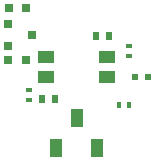
<source format=gtp>
G04 #@! TF.GenerationSoftware,KiCad,Pcbnew,(5.0.2)-1*
G04 #@! TF.CreationDate,2019-04-16T13:26:55-07:00*
G04 #@! TF.ProjectId,signet-pcb,7369676e-6574-42d7-9063-622e6b696361,rev?*
G04 #@! TF.SameCoordinates,Original*
G04 #@! TF.FileFunction,Paste,Top*
G04 #@! TF.FilePolarity,Positive*
%FSLAX46Y46*%
G04 Gerber Fmt 4.6, Leading zero omitted, Abs format (unit mm)*
G04 Created by KiCad (PCBNEW (5.0.2)-1) date 4/16/2019 1:26:55 PM*
%MOMM*%
%LPD*%
G01*
G04 APERTURE LIST*
%ADD10R,0.800100X0.800100*%
%ADD11R,0.400000X0.600000*%
%ADD12R,0.600000X0.500000*%
%ADD13R,0.600000X0.400000*%
%ADD14R,0.600000X0.700000*%
%ADD15R,0.800000X0.750000*%
%ADD16R,1.450000X1.000000*%
%ADD17R,1.000000X1.600000*%
G04 APERTURE END LIST*
D10*
G04 #@! TO.C,P1*
X104216760Y-89496320D03*
X104216760Y-91396320D03*
X106215740Y-90446320D03*
G04 #@! TD*
D11*
G04 #@! TO.C,R4*
X114457520Y-96336320D03*
X113557520Y-96336320D03*
G04 #@! TD*
D12*
G04 #@! TO.C,C11*
X114937520Y-94016320D03*
X116037520Y-94016320D03*
G04 #@! TD*
D13*
G04 #@! TO.C,R2*
X105957520Y-95086320D03*
X105957520Y-95986320D03*
G04 #@! TD*
D14*
G04 #@! TO.C,D1*
X107067520Y-95826320D03*
X108167520Y-95826320D03*
G04 #@! TD*
G04 #@! TO.C,D2*
X112757520Y-90566320D03*
X111657520Y-90566320D03*
G04 #@! TD*
D13*
G04 #@! TO.C,R3*
X114387520Y-92256320D03*
X114387520Y-91356320D03*
G04 #@! TD*
D15*
G04 #@! TO.C,C1*
X105717520Y-92586320D03*
X104217520Y-92586320D03*
G04 #@! TD*
G04 #@! TO.C,C4*
X105737520Y-88186320D03*
X104237520Y-88186320D03*
G04 #@! TD*
D16*
G04 #@! TO.C,SW1*
X107425000Y-92300000D03*
X112575000Y-92300000D03*
X112575000Y-94000000D03*
X107425000Y-94000000D03*
G04 #@! TD*
D17*
G04 #@! TO.C,BOOTSW*
X110000000Y-97486320D03*
X108247520Y-99986320D03*
X111747520Y-99986320D03*
G04 #@! TD*
M02*

</source>
